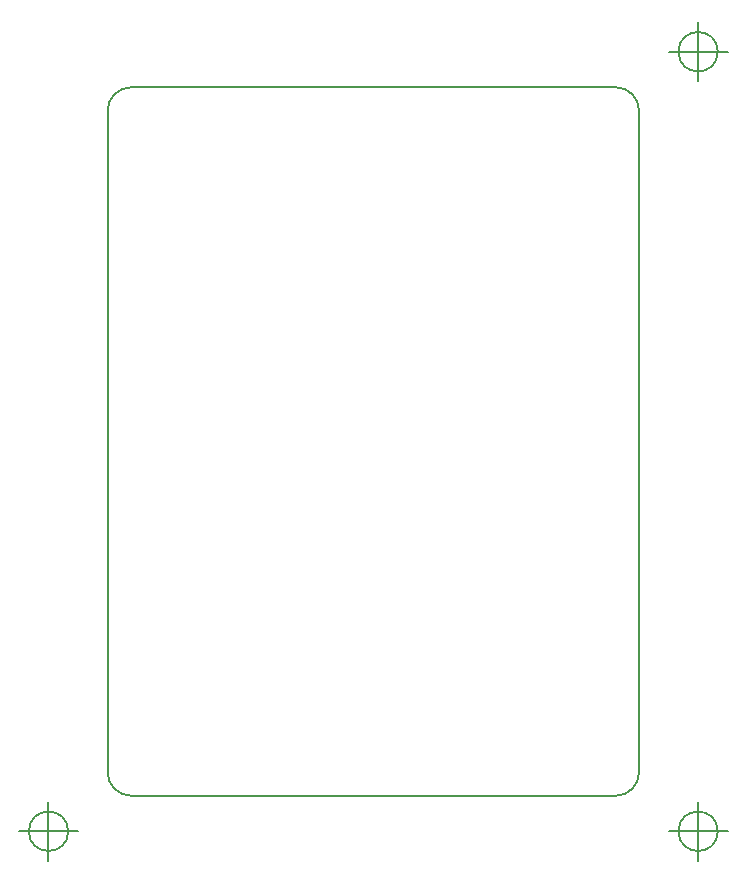
<source format=gm1>
G04 #@! TF.FileFunction,Profile,NP*
%FSLAX46Y46*%
G04 Gerber Fmt 4.6, Leading zero omitted, Abs format (unit mm)*
G04 Created by KiCad (PCBNEW 4.0.7) date 2017 November 19, Sunday 17:56:15*
%MOMM*%
%LPD*%
G01*
G04 APERTURE LIST*
%ADD10C,0.100000*%
%ADD11C,0.200000*%
G04 APERTURE END LIST*
D10*
D11*
X170666666Y-75000000D02*
G75*
G03X170666666Y-75000000I-1666666J0D01*
G01*
X166500000Y-75000000D02*
X171500000Y-75000000D01*
X169000000Y-72500000D02*
X169000000Y-77500000D01*
X170666666Y-141000000D02*
G75*
G03X170666666Y-141000000I-1666666J0D01*
G01*
X166500000Y-141000000D02*
X171500000Y-141000000D01*
X169000000Y-138500000D02*
X169000000Y-143500000D01*
X115666666Y-141000000D02*
G75*
G03X115666666Y-141000000I-1666666J0D01*
G01*
X111500000Y-141000000D02*
X116500000Y-141000000D01*
X114000000Y-138500000D02*
X114000000Y-143500000D01*
X121000000Y-78000000D02*
G75*
G03X119000000Y-80000000I0J-2000000D01*
G01*
X164000000Y-80000000D02*
G75*
G03X162000000Y-78000000I-2000000J0D01*
G01*
X162000000Y-138000000D02*
G75*
G03X164000000Y-136000000I0J2000000D01*
G01*
X164000000Y-80000000D02*
X164000000Y-136000000D01*
X121000000Y-78000000D02*
X162000000Y-78000000D01*
X119000000Y-136000000D02*
G75*
G03X121000000Y-138000000I2000000J0D01*
G01*
X119000000Y-136000000D02*
X119000000Y-80000000D01*
X162000000Y-138000000D02*
X121000000Y-138000000D01*
M02*

</source>
